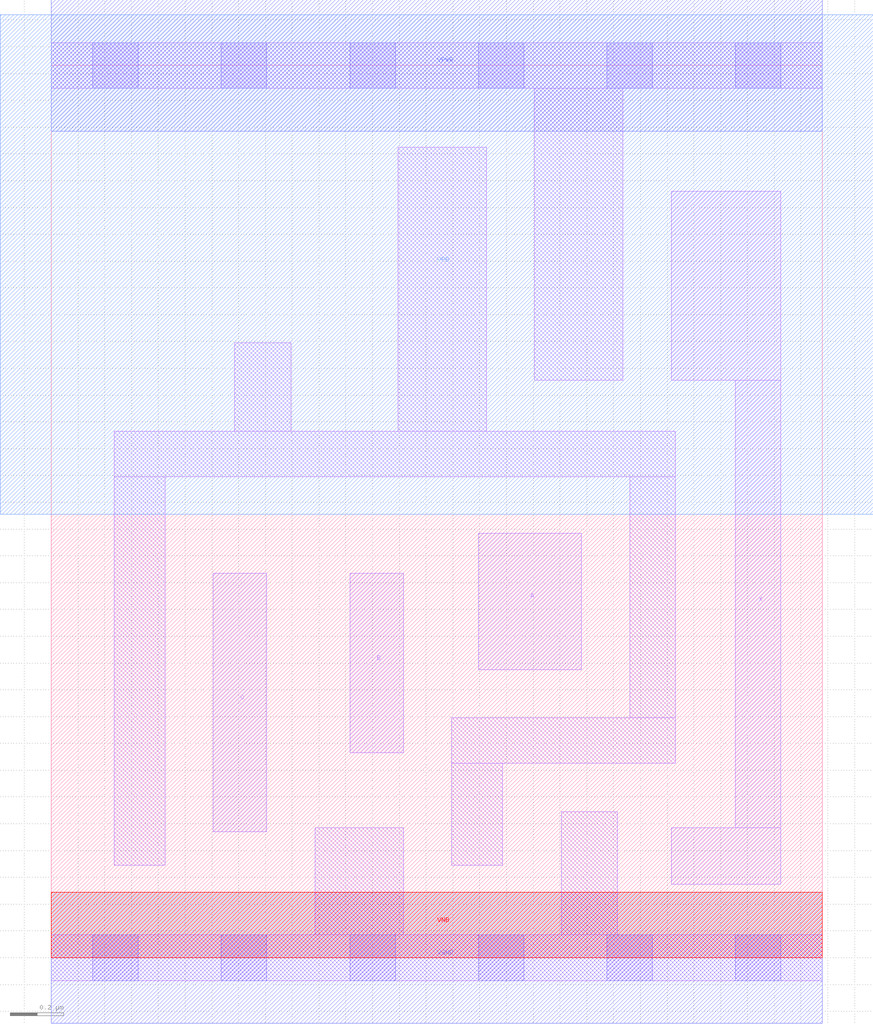
<source format=lef>
# Copyright 2020 The SkyWater PDK Authors
#
# Licensed under the Apache License, Version 2.0 (the "License");
# you may not use this file except in compliance with the License.
# You may obtain a copy of the License at
#
#     https://www.apache.org/licenses/LICENSE-2.0
#
# Unless required by applicable law or agreed to in writing, software
# distributed under the License is distributed on an "AS IS" BASIS,
# WITHOUT WARRANTIES OR CONDITIONS OF ANY KIND, either express or implied.
# See the License for the specific language governing permissions and
# limitations under the License.
#
# SPDX-License-Identifier: Apache-2.0

VERSION 5.7 ;
  NOWIREEXTENSIONATPIN ON ;
  DIVIDERCHAR "/" ;
  BUSBITCHARS "[]" ;
MACRO sky130_fd_sc_lp__or3_m
  CLASS CORE ;
  FOREIGN sky130_fd_sc_lp__or3_m ;
  ORIGIN  0.000000  0.000000 ;
  SIZE  2.880000 BY  3.330000 ;
  SYMMETRY X Y R90 ;
  SITE unit ;
  PIN A
    ANTENNAGATEAREA  0.126000 ;
    DIRECTION INPUT ;
    USE SIGNAL ;
    PORT
      LAYER li1 ;
        RECT 1.595000 1.075000 1.980000 1.585000 ;
    END
  END A
  PIN B
    ANTENNAGATEAREA  0.126000 ;
    DIRECTION INPUT ;
    USE SIGNAL ;
    PORT
      LAYER li1 ;
        RECT 1.115000 0.765000 1.315000 1.435000 ;
    END
  END B
  PIN C
    ANTENNAGATEAREA  0.126000 ;
    DIRECTION INPUT ;
    USE SIGNAL ;
    PORT
      LAYER li1 ;
        RECT 0.605000 0.470000 0.805000 1.435000 ;
    END
  END C
  PIN X
    ANTENNADIFFAREA  0.222600 ;
    DIRECTION OUTPUT ;
    USE SIGNAL ;
    PORT
      LAYER li1 ;
        RECT 2.315000 0.275000 2.725000 0.485000 ;
        RECT 2.315000 2.155000 2.725000 2.860000 ;
        RECT 2.555000 0.485000 2.725000 2.155000 ;
    END
  END X
  PIN VGND
    DIRECTION INOUT ;
    USE GROUND ;
    PORT
      LAYER met1 ;
        RECT 0.000000 -0.245000 2.880000 0.245000 ;
    END
  END VGND
  PIN VNB
    DIRECTION INOUT ;
    USE GROUND ;
    PORT
      LAYER pwell ;
        RECT 0.000000 0.000000 2.880000 0.245000 ;
    END
  END VNB
  PIN VPB
    DIRECTION INOUT ;
    USE POWER ;
    PORT
      LAYER nwell ;
        RECT -0.190000 1.655000 3.070000 3.520000 ;
    END
  END VPB
  PIN VPWR
    DIRECTION INOUT ;
    USE POWER ;
    PORT
      LAYER met1 ;
        RECT 0.000000 3.085000 2.880000 3.575000 ;
    END
  END VPWR
  OBS
    LAYER li1 ;
      RECT 0.000000 -0.085000 2.880000 0.085000 ;
      RECT 0.000000  3.245000 2.880000 3.415000 ;
      RECT 0.235000  0.345000 0.425000 1.795000 ;
      RECT 0.235000  1.795000 2.330000 1.965000 ;
      RECT 0.685000  1.965000 0.895000 2.295000 ;
      RECT 0.985000  0.085000 1.315000 0.485000 ;
      RECT 1.295000  1.965000 1.625000 3.025000 ;
      RECT 1.495000  0.345000 1.685000 0.725000 ;
      RECT 1.495000  0.725000 2.330000 0.895000 ;
      RECT 1.805000  2.155000 2.135000 3.245000 ;
      RECT 1.905000  0.085000 2.115000 0.545000 ;
      RECT 2.160000  0.895000 2.330000 1.795000 ;
    LAYER mcon ;
      RECT 0.155000 -0.085000 0.325000 0.085000 ;
      RECT 0.155000  3.245000 0.325000 3.415000 ;
      RECT 0.635000 -0.085000 0.805000 0.085000 ;
      RECT 0.635000  3.245000 0.805000 3.415000 ;
      RECT 1.115000 -0.085000 1.285000 0.085000 ;
      RECT 1.115000  3.245000 1.285000 3.415000 ;
      RECT 1.595000 -0.085000 1.765000 0.085000 ;
      RECT 1.595000  3.245000 1.765000 3.415000 ;
      RECT 2.075000 -0.085000 2.245000 0.085000 ;
      RECT 2.075000  3.245000 2.245000 3.415000 ;
      RECT 2.555000 -0.085000 2.725000 0.085000 ;
      RECT 2.555000  3.245000 2.725000 3.415000 ;
  END
END sky130_fd_sc_lp__or3_m
END LIBRARY

</source>
